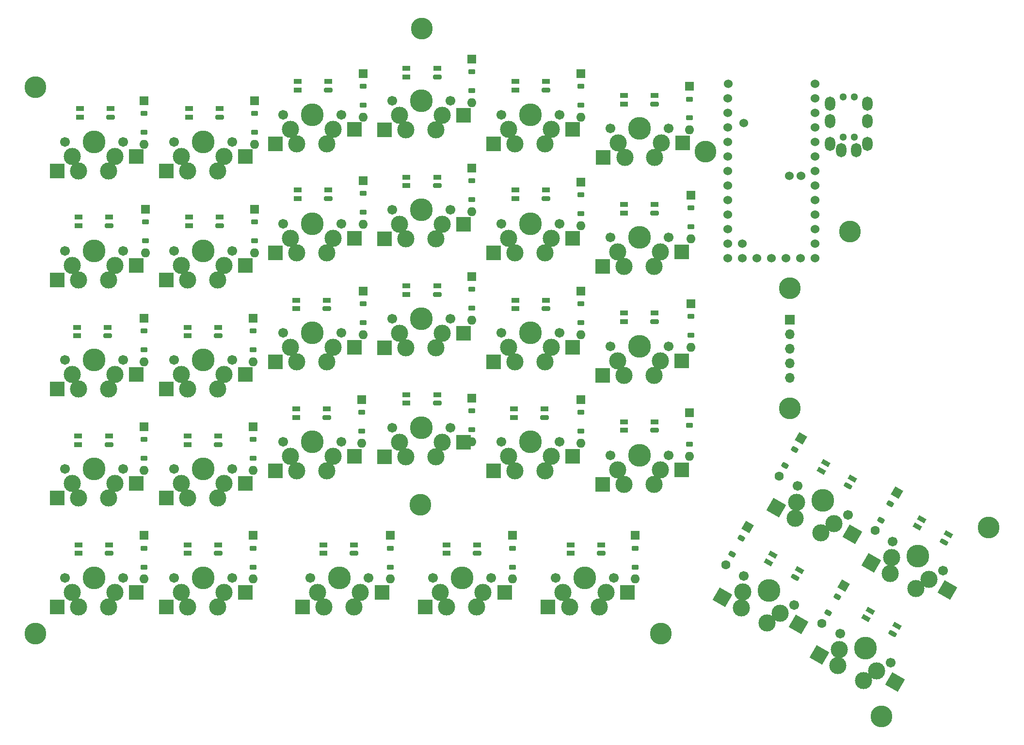
<source format=gbr>
%TF.GenerationSoftware,KiCad,Pcbnew,9.0.0*%
%TF.CreationDate,2025-07-27T21:57:38+02:00*%
%TF.ProjectId,keyboard,6b657962-6f61-4726-942e-6b696361645f,rev?*%
%TF.SameCoordinates,Original*%
%TF.FileFunction,Soldermask,Bot*%
%TF.FilePolarity,Negative*%
%FSLAX46Y46*%
G04 Gerber Fmt 4.6, Leading zero omitted, Abs format (unit mm)*
G04 Created by KiCad (PCBNEW 9.0.0) date 2025-07-27 21:57:38*
%MOMM*%
%LPD*%
G01*
G04 APERTURE LIST*
G04 Aperture macros list*
%AMRoundRect*
0 Rectangle with rounded corners*
0 $1 Rounding radius*
0 $2 $3 $4 $5 $6 $7 $8 $9 X,Y pos of 4 corners*
0 Add a 4 corners polygon primitive as box body*
4,1,4,$2,$3,$4,$5,$6,$7,$8,$9,$2,$3,0*
0 Add four circle primitives for the rounded corners*
1,1,$1+$1,$2,$3*
1,1,$1+$1,$4,$5*
1,1,$1+$1,$6,$7*
1,1,$1+$1,$8,$9*
0 Add four rect primitives between the rounded corners*
20,1,$1+$1,$2,$3,$4,$5,0*
20,1,$1+$1,$4,$5,$6,$7,0*
20,1,$1+$1,$6,$7,$8,$9,0*
20,1,$1+$1,$8,$9,$2,$3,0*%
%AMHorizOval*
0 Thick line with rounded ends*
0 $1 width*
0 $2 $3 position (X,Y) of the first rounded end (center of the circle)*
0 $4 $5 position (X,Y) of the second rounded end (center of the circle)*
0 Add line between two ends*
20,1,$1,$2,$3,$4,$5,0*
0 Add two circle primitives to create the rounded ends*
1,1,$1,$2,$3*
1,1,$1,$4,$5*%
%AMRotRect*
0 Rectangle, with rotation*
0 The origin of the aperture is its center*
0 $1 length*
0 $2 width*
0 $3 Rotation angle, in degrees counterclockwise*
0 Add horizontal line*
21,1,$1,$2,0,0,$3*%
G04 Aperture macros list end*
%ADD10R,1.600000X1.600000*%
%ADD11RoundRect,0.225000X-0.375000X0.225000X-0.375000X-0.225000X0.375000X-0.225000X0.375000X0.225000X0*%
%ADD12O,1.600000X1.600000*%
%ADD13RotRect,1.600000X1.600000X240.000000*%
%ADD14RoundRect,0.225000X-0.212260X0.382356X-0.437260X-0.007356X0.212260X-0.382356X0.437260X0.007356X0*%
%ADD15HorizOval,1.600000X0.000000X0.000000X0.000000X0.000000X0*%
%ADD16R,1.450000X0.820000*%
%ADD17RoundRect,0.205000X-0.520000X-0.205000X0.520000X-0.205000X0.520000X0.205000X-0.520000X0.205000X0*%
%ADD18RotRect,1.450000X0.820000X330.000000*%
%ADD19RoundRect,0.205000X-0.552833X0.082465X0.347833X-0.437535X0.552833X-0.082465X-0.347833X0.437535X0*%
%ADD20RoundRect,0.205000X0.520000X0.205000X-0.520000X0.205000X-0.520000X-0.205000X0.520000X-0.205000X0*%
%ADD21C,3.800000*%
%ADD22R,1.700000X1.700000*%
%ADD23O,1.700000X1.700000*%
%ADD24O,1.800000X2.500000*%
%ADD25C,1.300000*%
%ADD26C,1.701800*%
%ADD27C,3.000000*%
%ADD28C,3.987800*%
%ADD29R,2.550000X2.500000*%
%ADD30RotRect,2.550000X2.500000X150.000000*%
%ADD31C,1.524000*%
G04 APERTURE END LIST*
D10*
%TO.C,D_6*%
X257750000Y-163630000D03*
D11*
X257750000Y-165850000D03*
X257750000Y-169150000D03*
D12*
X257750000Y-171250000D03*
%TD*%
D10*
%TO.C,D_7*%
X238750000Y-165880000D03*
D11*
X238750000Y-168100000D03*
X238750000Y-171400000D03*
D12*
X238750000Y-173500000D03*
%TD*%
D10*
%TO.C,D_8*%
X276750000Y-166130000D03*
D11*
X276750000Y-168350000D03*
X276750000Y-171650000D03*
D12*
X276750000Y-173750000D03*
%TD*%
D10*
%TO.C,D_10*%
X200750000Y-170880000D03*
D11*
X200750000Y-173100000D03*
X200750000Y-176400000D03*
D12*
X200750000Y-178500000D03*
%TD*%
D10*
%TO.C,D_11*%
X219750000Y-170880000D03*
D11*
X219750000Y-173100000D03*
X219750000Y-176400000D03*
D12*
X219750000Y-178500000D03*
%TD*%
D10*
%TO.C,D_17*%
X219500000Y-189880000D03*
D11*
X219500000Y-192100000D03*
X219500000Y-195400000D03*
D12*
X219500000Y-197500000D03*
%TD*%
D10*
%TO.C,D_0*%
X257750000Y-144630000D03*
D11*
X257750000Y-146850000D03*
X257750000Y-150150000D03*
D12*
X257750000Y-152250000D03*
%TD*%
D10*
%TO.C,D_1*%
X238750000Y-147130000D03*
D11*
X238750000Y-149350000D03*
X238750000Y-152650000D03*
D12*
X238750000Y-154750000D03*
%TD*%
D10*
%TO.C,D_2*%
X276750000Y-147130000D03*
D11*
X276750000Y-149350000D03*
X276750000Y-152650000D03*
D12*
X276750000Y-154750000D03*
%TD*%
D10*
%TO.C,D_3*%
X295750000Y-149380000D03*
D11*
X295750000Y-151600000D03*
X295750000Y-154900000D03*
D12*
X295750000Y-157000000D03*
%TD*%
D10*
%TO.C,D_4*%
X200500000Y-151880000D03*
D11*
X200500000Y-154100000D03*
X200500000Y-157400000D03*
D12*
X200500000Y-159500000D03*
%TD*%
D10*
%TO.C,D_5*%
X219750000Y-151880000D03*
D11*
X219750000Y-154100000D03*
X219750000Y-157400000D03*
D12*
X219750000Y-159500000D03*
%TD*%
D10*
%TO.C,D_9*%
X296000000Y-168380000D03*
D11*
X296000000Y-170600000D03*
X296000000Y-173900000D03*
D12*
X296000000Y-176000000D03*
%TD*%
D10*
%TO.C,D_12*%
X257750000Y-182630000D03*
D11*
X257750000Y-184850000D03*
X257750000Y-188150000D03*
D12*
X257750000Y-190250000D03*
%TD*%
D10*
%TO.C,D_13*%
X238750000Y-185130000D03*
D11*
X238750000Y-187350000D03*
X238750000Y-190650000D03*
D12*
X238750000Y-192750000D03*
%TD*%
D10*
%TO.C,D_15*%
X296000000Y-187380000D03*
D11*
X296000000Y-189600000D03*
X296000000Y-192900000D03*
D12*
X296000000Y-195000000D03*
%TD*%
D10*
%TO.C,D_16*%
X200500000Y-189880000D03*
D11*
X200500000Y-192100000D03*
X200500000Y-195400000D03*
D12*
X200500000Y-197500000D03*
%TD*%
D10*
%TO.C,D_18*%
X257750000Y-203880000D03*
D11*
X257750000Y-206100000D03*
X257750000Y-209400000D03*
D12*
X257750000Y-211500000D03*
%TD*%
D10*
%TO.C,D_19*%
X238500000Y-204130000D03*
D11*
X238500000Y-206350000D03*
X238500000Y-209650000D03*
D12*
X238500000Y-211750000D03*
%TD*%
D10*
%TO.C,D_20*%
X276750000Y-204130000D03*
D11*
X276750000Y-206350000D03*
X276750000Y-209650000D03*
D12*
X276750000Y-211750000D03*
%TD*%
D10*
%TO.C,D_21*%
X295750000Y-206380000D03*
D11*
X295750000Y-208600000D03*
X295750000Y-211900000D03*
D12*
X295750000Y-214000000D03*
%TD*%
D10*
%TO.C,D_22*%
X200500000Y-208880000D03*
D11*
X200500000Y-211100000D03*
X200500000Y-214400000D03*
D12*
X200500000Y-216500000D03*
%TD*%
D10*
%TO.C,D_23*%
X219500000Y-208880000D03*
D11*
X219500000Y-211100000D03*
X219500000Y-214400000D03*
D12*
X219500000Y-216500000D03*
%TD*%
D10*
%TO.C,D_24*%
X200500000Y-227880000D03*
D11*
X200500000Y-230100000D03*
X200500000Y-233400000D03*
D12*
X200500000Y-235500000D03*
%TD*%
D10*
%TO.C,D_25*%
X219500000Y-227880000D03*
D11*
X219500000Y-230100000D03*
X219500000Y-233400000D03*
D12*
X219500000Y-235500000D03*
%TD*%
D10*
%TO.C,D_26*%
X243500000Y-227880000D03*
D11*
X243500000Y-230100000D03*
X243500000Y-233400000D03*
D12*
X243500000Y-235500000D03*
%TD*%
D10*
%TO.C,D_27*%
X264862500Y-227880000D03*
D11*
X264862500Y-230100000D03*
X264862500Y-233400000D03*
D12*
X264862500Y-235500000D03*
%TD*%
D10*
%TO.C,D_28*%
X286250000Y-227880000D03*
D11*
X286250000Y-230100000D03*
X286250000Y-233400000D03*
D12*
X286250000Y-235500000D03*
%TD*%
D13*
%TO.C,D_29*%
X315185000Y-210898482D03*
D14*
X314075000Y-212821058D03*
X312425000Y-215678942D03*
D15*
X311375000Y-217497595D03*
%TD*%
D13*
%TO.C,D_30*%
X331935000Y-220398482D03*
D14*
X330825000Y-222321058D03*
X329175000Y-225178942D03*
D15*
X328125000Y-226997595D03*
%TD*%
D13*
%TO.C,D_31*%
X305935000Y-226398482D03*
D14*
X304825000Y-228321058D03*
X303175000Y-231178942D03*
D15*
X302125000Y-232997595D03*
%TD*%
D10*
%TO.C,D_14*%
X276750000Y-185130000D03*
D11*
X276750000Y-187350000D03*
X276750000Y-190650000D03*
D12*
X276750000Y-192750000D03*
%TD*%
D13*
%TO.C,D_32*%
X322685000Y-236648482D03*
D14*
X321575000Y-238571058D03*
X319925000Y-241428942D03*
D15*
X318875000Y-243247595D03*
%TD*%
D16*
%TO.C,D22*%
X246325000Y-203250000D03*
X246325000Y-204750000D03*
D17*
X251675000Y-204750000D03*
D16*
X251675000Y-203250000D03*
%TD*%
%TO.C,D23*%
X265075000Y-205750000D03*
X265075000Y-207250000D03*
D17*
X270425000Y-207250000D03*
D16*
X270425000Y-205750000D03*
%TD*%
D18*
%TO.C,D25*%
X319558382Y-215262981D03*
X318808382Y-216562019D03*
D19*
X323441618Y-219237019D03*
D18*
X324191618Y-217937981D03*
%TD*%
D16*
%TO.C,D2*%
X265325000Y-148500000D03*
X265325000Y-150000000D03*
D17*
X270675000Y-150000000D03*
D16*
X270675000Y-148500000D03*
%TD*%
D18*
%TO.C,D27*%
X327308382Y-241012981D03*
X326558382Y-242312019D03*
D19*
X331191618Y-244987019D03*
D18*
X331941618Y-243687981D03*
%TD*%
D16*
%TO.C,D33*%
X189075000Y-229500000D03*
X189075000Y-231000000D03*
D17*
X194425000Y-231000000D03*
D16*
X194425000Y-229500000D03*
%TD*%
D18*
%TO.C,D28*%
X310308382Y-231262981D03*
X309558382Y-232562019D03*
D19*
X314191618Y-235237019D03*
D18*
X314941618Y-233937981D03*
%TD*%
D16*
%TO.C,D32*%
X208075000Y-229500000D03*
X208075000Y-231000000D03*
D17*
X213425000Y-231000000D03*
D16*
X213425000Y-229500000D03*
%TD*%
%TO.C,D31*%
X231825000Y-229500000D03*
X231825000Y-231000000D03*
D17*
X237175000Y-231000000D03*
D16*
X237175000Y-229500000D03*
%TD*%
%TO.C,D3*%
X246325000Y-146250000D03*
X246325000Y-147750000D03*
D17*
X251675000Y-147750000D03*
D16*
X251675000Y-146250000D03*
%TD*%
%TO.C,D12*%
X284325000Y-170000000D03*
X284325000Y-171500000D03*
D17*
X289675000Y-171500000D03*
D16*
X289675000Y-170000000D03*
%TD*%
%TO.C,D15*%
X246325000Y-184250000D03*
X246325000Y-185750000D03*
D17*
X251675000Y-185750000D03*
D16*
X251675000Y-184250000D03*
%TD*%
%TO.C,D1*%
X284325000Y-151000000D03*
X284325000Y-152500000D03*
D20*
X289675000Y-152500000D03*
D16*
X289675000Y-151000000D03*
%TD*%
%TO.C,D16*%
X227075000Y-186750000D03*
X227075000Y-188250000D03*
D17*
X232425000Y-188250000D03*
D16*
X232425000Y-186750000D03*
%TD*%
%TO.C,D18*%
X188825000Y-191500000D03*
X188825000Y-193000000D03*
D17*
X194175000Y-193000000D03*
D16*
X194175000Y-191500000D03*
%TD*%
%TO.C,D29*%
X275000000Y-229500000D03*
X275000000Y-231000000D03*
D17*
X280350000Y-231000000D03*
D16*
X280350000Y-229500000D03*
%TD*%
%TO.C,D13*%
X284325000Y-189000000D03*
X284325000Y-190500000D03*
D17*
X289675000Y-190500000D03*
D16*
X289675000Y-189000000D03*
%TD*%
%TO.C,D6*%
X189325000Y-153250000D03*
X189325000Y-154750000D03*
D17*
X194675000Y-154750000D03*
D16*
X194675000Y-153250000D03*
%TD*%
%TO.C,D21*%
X227075000Y-205750000D03*
X227075000Y-207250000D03*
D17*
X232425000Y-207250000D03*
D16*
X232425000Y-205750000D03*
%TD*%
%TO.C,D4*%
X227325000Y-148500000D03*
X227325000Y-150000000D03*
D17*
X232675000Y-150000000D03*
D16*
X232675000Y-148500000D03*
%TD*%
D18*
%TO.C,D26*%
X336308382Y-225012981D03*
X335558382Y-226312019D03*
D19*
X340191618Y-228987019D03*
D18*
X340941618Y-227687981D03*
%TD*%
D16*
%TO.C,D20*%
X208075000Y-210500000D03*
X208075000Y-212000000D03*
D17*
X213425000Y-212000000D03*
D16*
X213425000Y-210500000D03*
%TD*%
%TO.C,D17*%
X208075000Y-191500000D03*
X208075000Y-193000000D03*
D17*
X213425000Y-193000000D03*
D16*
X213425000Y-191500000D03*
%TD*%
%TO.C,D5*%
X208325000Y-153250000D03*
X208325000Y-154750000D03*
D17*
X213675000Y-154750000D03*
D16*
X213675000Y-153250000D03*
%TD*%
%TO.C,D11*%
X265325000Y-167500000D03*
X265325000Y-169000000D03*
D17*
X270675000Y-169000000D03*
D16*
X270675000Y-167500000D03*
%TD*%
%TO.C,D30*%
X253325000Y-229500000D03*
X253325000Y-231000000D03*
D17*
X258675000Y-231000000D03*
D16*
X258675000Y-229500000D03*
%TD*%
%TO.C,D8*%
X208325000Y-172250000D03*
X208325000Y-173750000D03*
D17*
X213675000Y-173750000D03*
D16*
X213675000Y-172250000D03*
%TD*%
%TO.C,D7*%
X189075000Y-172250000D03*
X189075000Y-173750000D03*
D17*
X194425000Y-173750000D03*
D16*
X194425000Y-172250000D03*
%TD*%
%TO.C,D10*%
X246325000Y-165250000D03*
X246325000Y-166750000D03*
D17*
X251675000Y-166750000D03*
D16*
X251675000Y-165250000D03*
%TD*%
%TO.C,D14*%
X265325000Y-186750000D03*
X265325000Y-188250000D03*
D17*
X270675000Y-188250000D03*
D16*
X270675000Y-186750000D03*
%TD*%
%TO.C,D9*%
X227325000Y-167500000D03*
X227325000Y-169000000D03*
D17*
X232675000Y-169000000D03*
D16*
X232675000Y-167500000D03*
%TD*%
%TO.C,D24*%
X284325000Y-208000000D03*
X284325000Y-209500000D03*
D17*
X289675000Y-209500000D03*
D16*
X289675000Y-208000000D03*
%TD*%
%TO.C,D19*%
X189000000Y-210500000D03*
X189000000Y-212000000D03*
D17*
X194350000Y-212000000D03*
D16*
X194350000Y-210500000D03*
%TD*%
D21*
%TO.C,H11*%
X290750000Y-245000000D03*
%TD*%
D22*
%TO.C,J2*%
X313250000Y-190130000D03*
D23*
X313250000Y-192670000D03*
X313250000Y-195210000D03*
X313250000Y-197750000D03*
X313250000Y-200290000D03*
%TD*%
D21*
%TO.C,H10*%
X313250000Y-205650000D03*
%TD*%
%TO.C,H9*%
X313250000Y-184700000D03*
%TD*%
%TO.C,H8*%
X298500000Y-160750000D03*
%TD*%
%TO.C,H7*%
X329250000Y-259500000D03*
%TD*%
%TO.C,H6*%
X181500000Y-149500000D03*
%TD*%
%TO.C,H5*%
X348000000Y-226500000D03*
%TD*%
%TO.C,H4*%
X181500000Y-245000000D03*
%TD*%
%TO.C,H3*%
X248750000Y-222500000D03*
%TD*%
%TO.C,H2*%
X323750000Y-174750000D03*
%TD*%
%TO.C,H1*%
X249000000Y-139250000D03*
%TD*%
D24*
%TO.C,J1*%
X326800000Y-155412500D03*
D25*
X322600000Y-151212500D03*
X322600000Y-158212500D03*
X324500000Y-151212500D03*
X324500000Y-158212500D03*
D24*
X320300000Y-159412500D03*
X326800000Y-159412500D03*
X320300000Y-155412500D03*
X320300000Y-152412500D03*
X326800000Y-152412500D03*
X322200000Y-160512500D03*
X324900000Y-160512500D03*
%TD*%
D26*
%TO.C,K_0*%
X243795000Y-151937500D03*
D27*
X245065000Y-154477500D03*
X246225000Y-157017500D03*
D28*
X248875000Y-151937500D03*
D27*
X251415000Y-157017500D03*
X252575000Y-154477500D03*
D26*
X253955000Y-151937500D03*
D29*
X242475000Y-157017500D03*
X256325000Y-154477500D03*
%TD*%
D26*
%TO.C,K_1*%
X224745000Y-154318750D03*
D27*
X226015000Y-156858750D03*
X227175000Y-159398750D03*
D28*
X229825000Y-154318750D03*
D27*
X232365000Y-159398750D03*
X233525000Y-156858750D03*
D26*
X234905000Y-154318750D03*
D29*
X223425000Y-159398750D03*
X237275000Y-156858750D03*
%TD*%
D26*
%TO.C,K_2*%
X262845000Y-154318750D03*
D27*
X264115000Y-156858750D03*
X265275000Y-159398750D03*
D28*
X267925000Y-154318750D03*
D27*
X270465000Y-159398750D03*
X271625000Y-156858750D03*
D26*
X273005000Y-154318750D03*
D29*
X261525000Y-159398750D03*
X275375000Y-156858750D03*
%TD*%
D26*
%TO.C,K_3*%
X292055000Y-156700000D03*
D27*
X290785000Y-159240000D03*
X289625000Y-161780000D03*
D28*
X286975000Y-156700000D03*
D27*
X284435000Y-161780000D03*
X283275000Y-159240000D03*
D26*
X281895000Y-156700000D03*
D29*
X280685000Y-161780000D03*
X294535000Y-159240000D03*
%TD*%
D26*
%TO.C,K_4*%
X186645000Y-159081250D03*
D27*
X187915000Y-161621250D03*
X189075000Y-164161250D03*
D28*
X191725000Y-159081250D03*
D27*
X194265000Y-164161250D03*
X195425000Y-161621250D03*
D26*
X196805000Y-159081250D03*
D29*
X185325000Y-164161250D03*
X199175000Y-161621250D03*
%TD*%
D26*
%TO.C,K_5*%
X205695000Y-159081250D03*
D27*
X206965000Y-161621250D03*
X208125000Y-164161250D03*
D28*
X210775000Y-159081250D03*
D27*
X213315000Y-164161250D03*
X214475000Y-161621250D03*
D26*
X215855000Y-159081250D03*
D29*
X204375000Y-164161250D03*
X218225000Y-161621250D03*
%TD*%
D26*
%TO.C,K_6*%
X243795000Y-170987500D03*
D27*
X245065000Y-173527500D03*
X246225000Y-176067500D03*
D28*
X248875000Y-170987500D03*
D27*
X251415000Y-176067500D03*
X252575000Y-173527500D03*
D26*
X253955000Y-170987500D03*
D29*
X242475000Y-176067500D03*
X256325000Y-173527500D03*
%TD*%
D26*
%TO.C,K_7*%
X224745000Y-173368750D03*
D27*
X226015000Y-175908750D03*
X227175000Y-178448750D03*
D28*
X229825000Y-173368750D03*
D27*
X232365000Y-178448750D03*
X233525000Y-175908750D03*
D26*
X234905000Y-173368750D03*
D29*
X223425000Y-178448750D03*
X237275000Y-175908750D03*
%TD*%
D26*
%TO.C,K_8*%
X262845000Y-173368750D03*
D27*
X264115000Y-175908750D03*
X265275000Y-178448750D03*
D28*
X267925000Y-173368750D03*
D27*
X270465000Y-178448750D03*
X271625000Y-175908750D03*
D26*
X273005000Y-173368750D03*
D29*
X261525000Y-178448750D03*
X275375000Y-175908750D03*
%TD*%
%TO.C,K_9*%
X294425000Y-178290000D03*
X280575000Y-180830000D03*
D26*
X292055000Y-175750000D03*
D27*
X290675000Y-178290000D03*
X289515000Y-180830000D03*
D28*
X286975000Y-175750000D03*
D27*
X284325000Y-180830000D03*
X283165000Y-178290000D03*
D26*
X281895000Y-175750000D03*
%TD*%
D29*
%TO.C,K_10*%
X199175000Y-180671250D03*
X185325000Y-183211250D03*
D26*
X196805000Y-178131250D03*
D27*
X195425000Y-180671250D03*
X194265000Y-183211250D03*
D28*
X191725000Y-178131250D03*
D27*
X189075000Y-183211250D03*
X187915000Y-180671250D03*
D26*
X186645000Y-178131250D03*
%TD*%
%TO.C,K_11*%
X205695000Y-178131250D03*
D27*
X206965000Y-180671250D03*
X208125000Y-183211250D03*
D28*
X210775000Y-178131250D03*
D27*
X213315000Y-183211250D03*
X214475000Y-180671250D03*
D26*
X215855000Y-178131250D03*
D29*
X204375000Y-183211250D03*
X218225000Y-180671250D03*
%TD*%
D26*
%TO.C,K_12*%
X243795000Y-190037500D03*
D27*
X245065000Y-192577500D03*
X246225000Y-195117500D03*
D28*
X248875000Y-190037500D03*
D27*
X251415000Y-195117500D03*
X252575000Y-192577500D03*
D26*
X253955000Y-190037500D03*
D29*
X242475000Y-195117500D03*
X256325000Y-192577500D03*
%TD*%
D26*
%TO.C,K_13*%
X224745000Y-192418750D03*
D27*
X226015000Y-194958750D03*
X227175000Y-197498750D03*
D28*
X229825000Y-192418750D03*
D27*
X232365000Y-197498750D03*
X233525000Y-194958750D03*
D26*
X234905000Y-192418750D03*
D29*
X223425000Y-197498750D03*
X237275000Y-194958750D03*
%TD*%
D26*
%TO.C,K_14*%
X262845000Y-192418750D03*
D27*
X264115000Y-194958750D03*
X265275000Y-197498750D03*
D28*
X267925000Y-192418750D03*
D27*
X270465000Y-197498750D03*
X271625000Y-194958750D03*
D26*
X273005000Y-192418750D03*
D29*
X261525000Y-197498750D03*
X275375000Y-194958750D03*
%TD*%
%TO.C,K_15*%
X294425000Y-197340000D03*
X280575000Y-199880000D03*
D26*
X292055000Y-194800000D03*
D27*
X290675000Y-197340000D03*
X289515000Y-199880000D03*
D28*
X286975000Y-194800000D03*
D27*
X284325000Y-199880000D03*
X283165000Y-197340000D03*
D26*
X281895000Y-194800000D03*
%TD*%
%TO.C,K_16*%
X186645000Y-197181250D03*
D27*
X187915000Y-199721250D03*
X189075000Y-202261250D03*
D28*
X191725000Y-197181250D03*
D27*
X194265000Y-202261250D03*
X195425000Y-199721250D03*
D26*
X196805000Y-197181250D03*
D29*
X185325000Y-202261250D03*
X199175000Y-199721250D03*
%TD*%
D26*
%TO.C,K_17*%
X205695000Y-197181250D03*
D27*
X206965000Y-199721250D03*
X208125000Y-202261250D03*
D28*
X210775000Y-197181250D03*
D27*
X213315000Y-202261250D03*
X214475000Y-199721250D03*
D26*
X215855000Y-197181250D03*
D29*
X204375000Y-202261250D03*
X218225000Y-199721250D03*
%TD*%
D26*
%TO.C,K_18*%
X243795000Y-209087500D03*
D27*
X245065000Y-211627500D03*
X246225000Y-214167500D03*
D28*
X248875000Y-209087500D03*
D27*
X251415000Y-214167500D03*
X252575000Y-211627500D03*
D26*
X253955000Y-209087500D03*
D29*
X242475000Y-214167500D03*
X256325000Y-211627500D03*
%TD*%
D26*
%TO.C,K_19*%
X224745000Y-211468750D03*
D27*
X226015000Y-214008750D03*
X227175000Y-216548750D03*
D28*
X229825000Y-211468750D03*
D27*
X232365000Y-216548750D03*
X233525000Y-214008750D03*
D26*
X234905000Y-211468750D03*
D29*
X223425000Y-216548750D03*
X237275000Y-214008750D03*
%TD*%
D26*
%TO.C,K_20*%
X262845000Y-211468750D03*
D27*
X264115000Y-214008750D03*
X265275000Y-216548750D03*
D28*
X267925000Y-211468750D03*
D27*
X270465000Y-216548750D03*
X271625000Y-214008750D03*
D26*
X273005000Y-211468750D03*
D29*
X261525000Y-216548750D03*
X275375000Y-214008750D03*
%TD*%
D26*
%TO.C,K_21*%
X281895000Y-213850000D03*
D27*
X283165000Y-216390000D03*
X284325000Y-218930000D03*
D28*
X286975000Y-213850000D03*
D27*
X289515000Y-218930000D03*
X290675000Y-216390000D03*
D26*
X292055000Y-213850000D03*
D29*
X280575000Y-218930000D03*
X294425000Y-216390000D03*
%TD*%
D26*
%TO.C,K_22*%
X186645000Y-216231250D03*
D27*
X187915000Y-218771250D03*
X189075000Y-221311250D03*
D28*
X191725000Y-216231250D03*
D27*
X194265000Y-221311250D03*
X195425000Y-218771250D03*
D26*
X196805000Y-216231250D03*
D29*
X185325000Y-221311250D03*
X199175000Y-218771250D03*
%TD*%
D26*
%TO.C,K_23*%
X205695000Y-216231250D03*
D27*
X206965000Y-218771250D03*
X208125000Y-221311250D03*
D28*
X210775000Y-216231250D03*
D27*
X213315000Y-221311250D03*
X214475000Y-218771250D03*
D26*
X215855000Y-216231250D03*
D29*
X204375000Y-221311250D03*
X218225000Y-218771250D03*
%TD*%
D26*
%TO.C,K_24*%
X186645000Y-235281250D03*
D27*
X187915000Y-237821250D03*
X189075000Y-240361250D03*
D28*
X191725000Y-235281250D03*
D27*
X194265000Y-240361250D03*
X195425000Y-237821250D03*
D26*
X196805000Y-235281250D03*
D29*
X185325000Y-240361250D03*
X199175000Y-237821250D03*
%TD*%
D26*
%TO.C,K_25*%
X205695000Y-235281250D03*
D27*
X206965000Y-237821250D03*
X208125000Y-240361250D03*
D28*
X210775000Y-235281250D03*
D27*
X213315000Y-240361250D03*
X214475000Y-237821250D03*
D26*
X215855000Y-235281250D03*
D29*
X204375000Y-240361250D03*
X218225000Y-237821250D03*
%TD*%
D26*
%TO.C,K_26*%
X229507500Y-235281250D03*
D27*
X230777500Y-237821250D03*
X231937500Y-240361250D03*
D28*
X234587500Y-235281250D03*
D27*
X237127500Y-240361250D03*
X238287500Y-237821250D03*
D26*
X239667500Y-235281250D03*
D29*
X228187500Y-240361250D03*
X242037500Y-237821250D03*
%TD*%
D26*
%TO.C,K_27*%
X250920000Y-235281250D03*
D27*
X252190000Y-237821250D03*
X253350000Y-240361250D03*
D28*
X256000000Y-235281250D03*
D27*
X258540000Y-240361250D03*
X259700000Y-237821250D03*
D26*
X261080000Y-235281250D03*
D29*
X249600000Y-240361250D03*
X263450000Y-237821250D03*
%TD*%
D26*
%TO.C,K_28*%
X272370000Y-235281250D03*
D27*
X273640000Y-237821250D03*
X274800000Y-240361250D03*
D28*
X277450000Y-235281250D03*
D27*
X279990000Y-240361250D03*
X281150000Y-237821250D03*
D26*
X282530000Y-235281250D03*
D29*
X271050000Y-240361250D03*
X284900000Y-237821250D03*
%TD*%
D26*
%TO.C,K_29*%
X314600591Y-219242399D03*
D27*
X314430443Y-222077104D03*
X314165033Y-224856808D03*
D28*
X319000000Y-221782399D03*
D27*
X318659705Y-227451808D03*
X320934294Y-225832104D03*
D26*
X323399409Y-224322399D03*
D30*
X310917437Y-222981808D03*
X324181889Y-227707104D03*
%TD*%
D26*
%TO.C,K_30*%
X331201182Y-228920000D03*
D27*
X331031034Y-231754705D03*
X330765624Y-234534409D03*
D28*
X335600591Y-231460000D03*
D27*
X335260296Y-237129409D03*
X337534885Y-235509705D03*
D26*
X340000000Y-234000000D03*
D30*
X327518028Y-232659409D03*
X340782480Y-237384705D03*
%TD*%
D26*
%TO.C,K_31*%
X305201182Y-234920000D03*
D27*
X305031034Y-237754705D03*
X304765624Y-240534409D03*
D28*
X309600591Y-237460000D03*
D27*
X309260296Y-243129409D03*
X311534885Y-241509705D03*
D26*
X314000000Y-240000000D03*
D30*
X301518028Y-238659409D03*
X314782480Y-243384705D03*
%TD*%
D26*
%TO.C,K_32*%
X322086875Y-245000000D03*
D27*
X321916727Y-247834705D03*
X321651317Y-250614409D03*
D28*
X326486284Y-247540000D03*
D27*
X326145989Y-253209409D03*
X328420578Y-251589705D03*
D26*
X330885693Y-250080000D03*
D30*
X318403721Y-248739409D03*
X331668173Y-253464705D03*
%TD*%
D31*
%TO.C,U1*%
X302460000Y-151500000D03*
X302460000Y-154040000D03*
X302460000Y-161660000D03*
X302460000Y-164200000D03*
X317700000Y-159120000D03*
X302460000Y-166740000D03*
X302460000Y-169280000D03*
X317700000Y-151500000D03*
X302460000Y-171820000D03*
X302460000Y-174360000D03*
X302460000Y-176900000D03*
X302460000Y-179440000D03*
X302510000Y-148960000D03*
X317700000Y-148960000D03*
X305000000Y-179440000D03*
X307540000Y-179440000D03*
X310080000Y-179440000D03*
X312620000Y-179440000D03*
X315160000Y-179440000D03*
X313220000Y-165000000D03*
X317700000Y-174360000D03*
X317700000Y-179440000D03*
X317700000Y-171820000D03*
X317700000Y-176900000D03*
X315210000Y-165000000D03*
X305000000Y-176900000D03*
X317700000Y-169280000D03*
X317700000Y-166740000D03*
X317700000Y-164200000D03*
X317700000Y-161660000D03*
X305210000Y-155770000D03*
X302460000Y-156580000D03*
X302460000Y-159120000D03*
X317700000Y-154040000D03*
X317700000Y-156580000D03*
%TD*%
M02*

</source>
